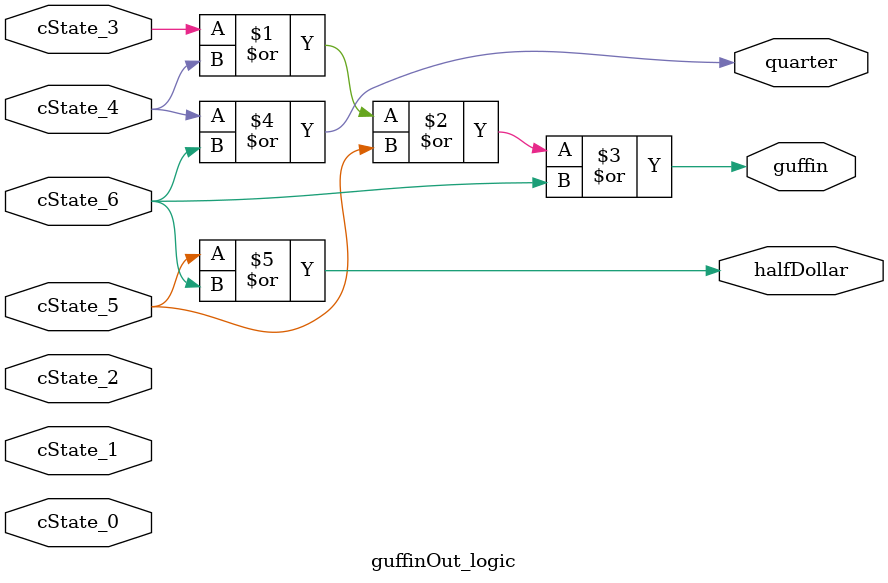
<source format=sv>
module guffinOut_logic (
	input logic cState_0, cState_1, cState_2, cState_3, cState_4, cState_5, cState_6,
    output logic guffin, halfDollar, quarter
);

or (guffin, cState_3, cState_4, cState_5, cState_6);
or (quarter, cState_4, cState_6);
or (halfDollar, cState_5, cState_6);

endmodule
</source>
